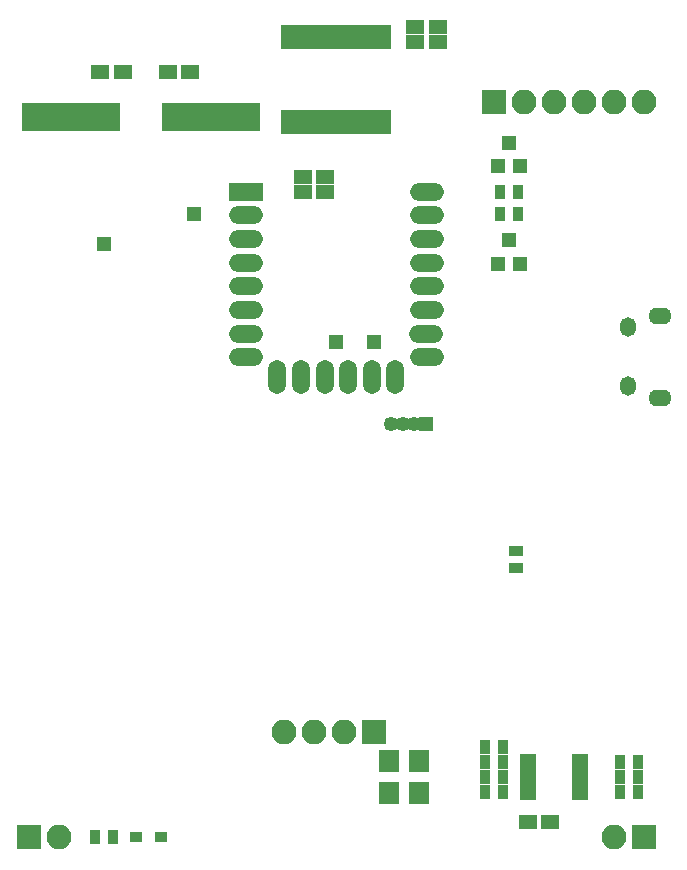
<source format=gbr>
G04 #@! TF.FileFunction,Soldermask,Bot*
%FSLAX46Y46*%
G04 Gerber Fmt 4.6, Leading zero omitted, Abs format (unit mm)*
G04 Created by KiCad (PCBNEW 4.0.6) date 01/12/18 22:01:55*
%MOMM*%
%LPD*%
G01*
G04 APERTURE LIST*
%ADD10C,0.100000*%
%ADD11R,8.275000X2.400000*%
%ADD12R,1.600000X1.150000*%
%ADD13R,1.700000X1.900000*%
%ADD14R,2.100000X2.100000*%
%ADD15O,2.100000X2.100000*%
%ADD16R,1.250000X1.250000*%
%ADD17O,1.250000X1.250000*%
%ADD18O,1.350000X1.650000*%
%ADD19O,1.950000X1.400000*%
%ADD20R,1.200000X1.300000*%
%ADD21R,1.300000X0.900000*%
%ADD22R,0.900000X1.300000*%
%ADD23R,1.000000X0.850000*%
%ADD24R,0.850000X2.150000*%
%ADD25R,2.900000X1.500000*%
%ADD26O,2.900000X1.500000*%
%ADD27O,1.500000X2.900000*%
%ADD28R,1.400000X1.100000*%
G04 APERTURE END LIST*
D10*
D11*
X37877500Y-40640000D03*
X49752500Y-40640000D03*
D12*
X40325000Y-36830000D03*
X42225000Y-36830000D03*
X47940000Y-36830000D03*
X46040000Y-36830000D03*
X59370000Y-46990000D03*
X57470000Y-46990000D03*
X59370000Y-45720000D03*
X57470000Y-45720000D03*
X66995000Y-33020000D03*
X68895000Y-33020000D03*
X66995000Y-34290000D03*
X68895000Y-34290000D03*
X76520000Y-100330000D03*
X78420000Y-100330000D03*
D13*
X67310000Y-97870000D03*
X67310000Y-95170000D03*
X64770000Y-97870000D03*
X64770000Y-95170000D03*
D14*
X63500000Y-92710000D03*
D15*
X60960000Y-92710000D03*
X58420000Y-92710000D03*
X55880000Y-92710000D03*
D16*
X67945000Y-66675000D03*
D17*
X66945000Y-66675000D03*
X65945000Y-66675000D03*
X64945000Y-66675000D03*
D14*
X73660000Y-39370000D03*
D15*
X76200000Y-39370000D03*
X78740000Y-39370000D03*
X81280000Y-39370000D03*
X83820000Y-39370000D03*
X86360000Y-39370000D03*
D14*
X34290000Y-101600000D03*
D15*
X36830000Y-101600000D03*
D14*
X86360000Y-101600000D03*
D15*
X83820000Y-101600000D03*
D18*
X85010000Y-63460000D03*
X85010000Y-58460000D03*
D19*
X87710000Y-64460000D03*
X87710000Y-57460000D03*
D20*
X75880000Y-44815000D03*
X73980000Y-44815000D03*
X74930000Y-42815000D03*
X75880000Y-53070000D03*
X73980000Y-53070000D03*
X74930000Y-51070000D03*
D21*
X75565000Y-78855000D03*
X75565000Y-77355000D03*
D22*
X75680000Y-46990000D03*
X74180000Y-46990000D03*
X75680000Y-48895000D03*
X74180000Y-48895000D03*
X84340000Y-95250000D03*
X85840000Y-95250000D03*
X84340000Y-96520000D03*
X85840000Y-96520000D03*
X72910000Y-93980000D03*
X74410000Y-93980000D03*
X72910000Y-95250000D03*
X74410000Y-95250000D03*
X72910000Y-96520000D03*
X74410000Y-96520000D03*
X72910000Y-97790000D03*
X74410000Y-97790000D03*
X41390000Y-101600000D03*
X39890000Y-101600000D03*
X84340000Y-97790000D03*
X85840000Y-97790000D03*
D23*
X45500000Y-101600000D03*
X43400000Y-101600000D03*
D16*
X63500000Y-59690000D03*
X48260000Y-48895000D03*
X60325000Y-59690000D03*
X40640000Y-51435000D03*
D24*
X64550000Y-41065000D03*
X63900000Y-41065000D03*
X63250000Y-41065000D03*
X62600000Y-41065000D03*
X61950000Y-41065000D03*
X61300000Y-41065000D03*
X60650000Y-41065000D03*
X60000000Y-41065000D03*
X59350000Y-41065000D03*
X58700000Y-41065000D03*
X58050000Y-41065000D03*
X57400000Y-41065000D03*
X56750000Y-41065000D03*
X56100000Y-41065000D03*
X56100000Y-33865000D03*
X56750000Y-33865000D03*
X57400000Y-33865000D03*
X58050000Y-33865000D03*
X58700000Y-33865000D03*
X59350000Y-33865000D03*
X60000000Y-33865000D03*
X60650000Y-33865000D03*
X61300000Y-33865000D03*
X61950000Y-33865000D03*
X62600000Y-33865000D03*
X63250000Y-33865000D03*
X63900000Y-33865000D03*
X64550000Y-33865000D03*
D25*
X52640000Y-46990000D03*
D26*
X52640000Y-48990000D03*
X52640000Y-50990000D03*
X52640000Y-52990000D03*
X52640000Y-54990000D03*
X52640000Y-56990000D03*
X52640000Y-58990000D03*
X52640000Y-60990000D03*
X68040000Y-60990000D03*
X67940000Y-58990000D03*
X68040000Y-56990000D03*
X68040000Y-54990000D03*
X68040000Y-52990000D03*
X68040000Y-50990000D03*
X68040000Y-48990000D03*
X68040000Y-46990000D03*
D27*
X55330000Y-62690000D03*
X57330000Y-62690000D03*
X59330000Y-62690000D03*
X61330000Y-62690000D03*
X63330000Y-62690000D03*
X65330000Y-62690000D03*
D28*
X76540000Y-95093000D03*
X76540000Y-96045000D03*
X76540000Y-96995000D03*
X76540000Y-97947000D03*
X80940000Y-97947000D03*
X80940000Y-96995000D03*
X80940000Y-96045000D03*
X80940000Y-95093000D03*
M02*

</source>
